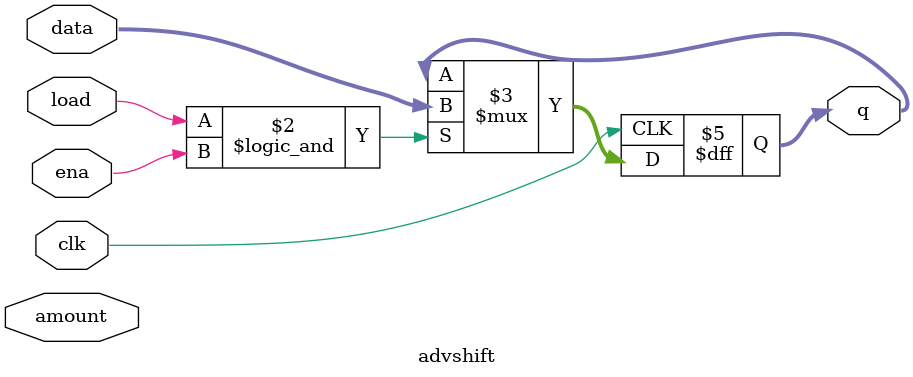
<source format=v>
module advshift(input clk,
input load,
input ena,
input [1:0] amount,
input [63:0] data,
output reg [63:0] q); 
// when load is high, assign data[63:0] to shift register q.
// if ena is high, shift q.
// amount: Chooses which direction and how much to shift.
// 2'b00: shift left by 1 bit.
// 2'b01: shift left by 8 bits.
// 2'b10: shift right by 1 bit.
// 2'b11: shift right by 8 bits.


always @(posedge clk) begin
  if(load && ena) begin
    q <= data;
  end
end
endmodule

</source>
